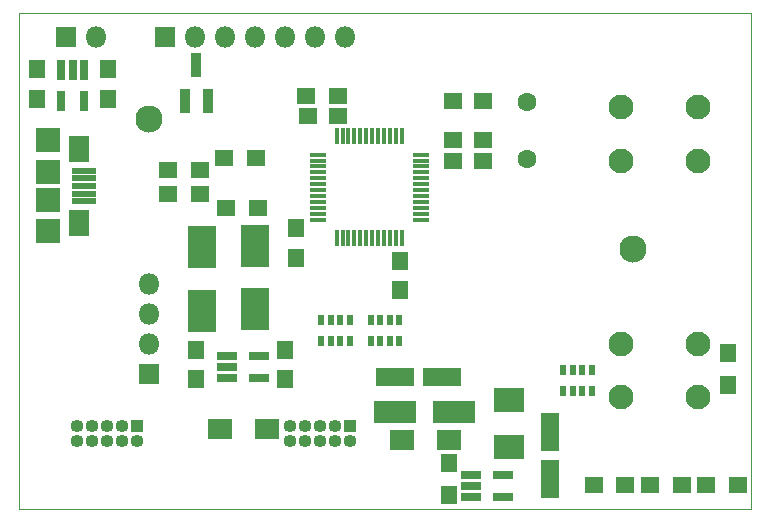
<source format=gts>
G04 #@! TF.GenerationSoftware,KiCad,Pcbnew,(5.0.0)*
G04 #@! TF.CreationDate,2018-10-05T22:53:34+10:00*
G04 #@! TF.ProjectId,Project 23,50726F6A6563742032332E6B69636164,rev?*
G04 #@! TF.SameCoordinates,Original*
G04 #@! TF.FileFunction,Soldermask,Top*
G04 #@! TF.FilePolarity,Negative*
%FSLAX46Y46*%
G04 Gerber Fmt 4.6, Leading zero omitted, Abs format (unit mm)*
G04 Created by KiCad (PCBNEW (5.0.0)) date 10/05/18 22:53:34*
%MOMM*%
%LPD*%
G01*
G04 APERTURE LIST*
%ADD10C,0.100000*%
%ADD11R,3.300000X1.600000*%
%ADD12R,1.100000X1.100000*%
%ADD13O,1.100000X1.100000*%
%ADD14R,1.350000X1.600000*%
%ADD15R,1.800000X1.800000*%
%ADD16O,1.800000X1.800000*%
%ADD17R,1.600000X1.350000*%
%ADD18R,1.600000X3.300000*%
%ADD19R,1.600000X1.400000*%
%ADD20R,2.100000X0.500000*%
%ADD21R,1.700000X2.200000*%
%ADD22R,2.000000X2.000000*%
%ADD23R,2.600000X2.100000*%
%ADD24R,0.900000X2.000000*%
%ADD25R,1.400000X1.600000*%
%ADD26R,0.600000X0.900000*%
%ADD27R,0.500000X0.900000*%
%ADD28C,2.100000*%
%ADD29R,1.400000X0.350000*%
%ADD30R,0.350000X1.400000*%
%ADD31R,0.750000X1.660000*%
%ADD32R,1.660000X0.750000*%
%ADD33C,1.600000*%
%ADD34R,2.100000X1.800000*%
%ADD35R,3.600000X1.900000*%
%ADD36R,2.400000X3.600000*%
%ADD37C,2.300000*%
G04 APERTURE END LIST*
D10*
X112000000Y-40000000D02*
X50000000Y-40000000D01*
X112000000Y-82000000D02*
X112000000Y-40000000D01*
X50000000Y-82000000D02*
X112000000Y-82000000D01*
X50000000Y-40000000D02*
X50000000Y-82000000D01*
D11*
G04 #@! TO.C,C42*
X81800000Y-70800000D03*
X85800000Y-70800000D03*
G04 #@! TD*
D12*
G04 #@! TO.C,J11*
X60000000Y-75000000D03*
D13*
X60000000Y-76270000D03*
X58730000Y-75000000D03*
X58730000Y-76270000D03*
X57460000Y-75000000D03*
X57460000Y-76270000D03*
X56190000Y-75000000D03*
X56190000Y-76270000D03*
X54920000Y-75000000D03*
X54920000Y-76270000D03*
G04 #@! TD*
D14*
G04 #@! TO.C,C18*
X73500000Y-58250000D03*
X73500000Y-60750000D03*
G04 #@! TD*
D15*
G04 #@! TO.C,J13*
X61000000Y-70540000D03*
D16*
X61000000Y-68000000D03*
X61000000Y-65460000D03*
X61000000Y-62920000D03*
G04 #@! TD*
D17*
G04 #@! TO.C,C11*
X89250000Y-47500000D03*
X86750000Y-47500000D03*
G04 #@! TD*
G04 #@! TO.C,C12*
X89250000Y-52500000D03*
X86750000Y-52500000D03*
G04 #@! TD*
D14*
G04 #@! TO.C,C16*
X82250000Y-61000000D03*
X82250000Y-63500000D03*
G04 #@! TD*
G04 #@! TO.C,C21*
X51500000Y-44750000D03*
X51500000Y-47250000D03*
G04 #@! TD*
G04 #@! TO.C,C22*
X57500000Y-47250000D03*
X57500000Y-44750000D03*
G04 #@! TD*
G04 #@! TO.C,C31*
X65000000Y-71000000D03*
X65000000Y-68500000D03*
G04 #@! TD*
G04 #@! TO.C,C32*
X72500000Y-68500000D03*
X72500000Y-71000000D03*
G04 #@! TD*
D18*
G04 #@! TO.C,C41*
X95000000Y-75500000D03*
X95000000Y-79500000D03*
G04 #@! TD*
D19*
G04 #@! TO.C,D3*
X98650000Y-80000000D03*
X101350000Y-80000000D03*
G04 #@! TD*
G04 #@! TO.C,D4*
X103400000Y-80000000D03*
X106100000Y-80000000D03*
G04 #@! TD*
G04 #@! TO.C,D5*
X108150000Y-80000000D03*
X110850000Y-80000000D03*
G04 #@! TD*
D12*
G04 #@! TO.C,J12*
X78000000Y-75000000D03*
D13*
X78000000Y-76270000D03*
X76730000Y-75000000D03*
X76730000Y-76270000D03*
X75460000Y-75000000D03*
X75460000Y-76270000D03*
X74190000Y-75000000D03*
X74190000Y-76270000D03*
X72920000Y-75000000D03*
X72920000Y-76270000D03*
G04 #@! TD*
D15*
G04 #@! TO.C,J21*
X53960000Y-42000000D03*
D16*
X56500000Y-42000000D03*
G04 #@! TD*
D20*
G04 #@! TO.C,J61*
X55500000Y-55950000D03*
X55500000Y-55300000D03*
X55500000Y-54650000D03*
X55500000Y-54000000D03*
D21*
X55050000Y-57750000D03*
X55050000Y-51550000D03*
D22*
X52500000Y-58500000D03*
X52500000Y-50800000D03*
X52500000Y-53450000D03*
X52500000Y-55850000D03*
D20*
X55500000Y-53350000D03*
G04 #@! TD*
D23*
G04 #@! TO.C,L41*
X91500000Y-76750000D03*
X91500000Y-72750000D03*
G04 #@! TD*
D24*
G04 #@! TO.C,Q51*
X64075000Y-47450000D03*
X65975000Y-47450000D03*
X65025000Y-44450000D03*
G04 #@! TD*
D25*
G04 #@! TO.C,R12*
X110000000Y-68800000D03*
X110000000Y-71500000D03*
G04 #@! TD*
G04 #@! TO.C,R41*
X86400000Y-78100000D03*
X86400000Y-80800000D03*
G04 #@! TD*
D19*
G04 #@! TO.C,R51*
X74300000Y-47000000D03*
X77000000Y-47000000D03*
G04 #@! TD*
G04 #@! TO.C,R61*
X62650000Y-55325000D03*
X65350000Y-55325000D03*
G04 #@! TD*
G04 #@! TO.C,R62*
X62650000Y-53325000D03*
X65350000Y-53325000D03*
G04 #@! TD*
G04 #@! TO.C,R63*
X67500000Y-56500000D03*
X70200000Y-56500000D03*
G04 #@! TD*
G04 #@! TO.C,R64*
X67400000Y-52250000D03*
X70100000Y-52250000D03*
G04 #@! TD*
D26*
G04 #@! TO.C,RN1*
X98500000Y-70200000D03*
D27*
X96900000Y-70200000D03*
X97700000Y-70200000D03*
D26*
X96100000Y-70200000D03*
D27*
X97700000Y-72000000D03*
D26*
X98500000Y-72000000D03*
D27*
X96900000Y-72000000D03*
D26*
X96100000Y-72000000D03*
G04 #@! TD*
D28*
G04 #@! TO.C,SW11*
X101000000Y-52500000D03*
X101000000Y-48000000D03*
X107500000Y-52500000D03*
X107500000Y-48000000D03*
G04 #@! TD*
G04 #@! TO.C,SW12*
X101000000Y-72500000D03*
X101000000Y-68000000D03*
X107500000Y-72500000D03*
X107500000Y-68000000D03*
G04 #@! TD*
D29*
G04 #@! TO.C,U1*
X84000000Y-57500000D03*
X84000000Y-57000000D03*
X84000000Y-56500000D03*
X84000000Y-56000000D03*
X84000000Y-55500000D03*
X84000000Y-55000000D03*
X84000000Y-54500000D03*
X84000000Y-54000000D03*
X84000000Y-53500000D03*
X84000000Y-53000000D03*
X84000000Y-52500000D03*
X84000000Y-52000000D03*
D30*
X82400000Y-50400000D03*
X81900000Y-50400000D03*
X81400000Y-50400000D03*
X80900000Y-50400000D03*
X80400000Y-50400000D03*
X79900000Y-50400000D03*
X79400000Y-50400000D03*
X78900000Y-50400000D03*
X78400000Y-50400000D03*
X77900000Y-50400000D03*
X77400000Y-50400000D03*
X76900000Y-50400000D03*
D29*
X75300000Y-52000000D03*
X75300000Y-52500000D03*
X75300000Y-53000000D03*
X75300000Y-53500000D03*
X75300000Y-54000000D03*
X75300000Y-54500000D03*
X75300000Y-55000000D03*
X75300000Y-55500000D03*
X75300000Y-56000000D03*
X75300000Y-56500000D03*
X75300000Y-57000000D03*
X75300000Y-57500000D03*
D30*
X76900000Y-59100000D03*
X77400000Y-59100000D03*
X77900000Y-59100000D03*
X78400000Y-59100000D03*
X78900000Y-59100000D03*
X79400000Y-59100000D03*
X79900000Y-59100000D03*
X80400000Y-59100000D03*
X80900000Y-59100000D03*
X81400000Y-59100000D03*
X81900000Y-59100000D03*
X82400000Y-59100000D03*
G04 #@! TD*
D31*
G04 #@! TO.C,U2*
X55500000Y-44800000D03*
X54550000Y-44800000D03*
X53600000Y-44800000D03*
X53600000Y-47500000D03*
X55500000Y-47500000D03*
G04 #@! TD*
D32*
G04 #@! TO.C,U3*
X67650000Y-69050000D03*
X67650000Y-70000000D03*
X67650000Y-70950000D03*
X70350000Y-70950000D03*
X70350000Y-69050000D03*
G04 #@! TD*
G04 #@! TO.C,U4*
X88300000Y-79100000D03*
X88300000Y-80050000D03*
X88300000Y-81000000D03*
X91000000Y-81000000D03*
X91000000Y-79100000D03*
G04 #@! TD*
D15*
G04 #@! TO.C,U5*
X62380000Y-42000000D03*
D16*
X64920000Y-42000000D03*
X67460000Y-42000000D03*
X70000000Y-42000000D03*
X72540000Y-42000000D03*
X75080000Y-42000000D03*
X77620000Y-42000000D03*
G04 #@! TD*
D33*
G04 #@! TO.C,Y11*
X93000000Y-47520000D03*
X93000000Y-52400000D03*
G04 #@! TD*
D17*
G04 #@! TO.C,C17*
X77000000Y-48750000D03*
X74500000Y-48750000D03*
G04 #@! TD*
G04 #@! TO.C,C19*
X86750000Y-50750000D03*
X89250000Y-50750000D03*
G04 #@! TD*
D26*
G04 #@! TO.C,RN11*
X78000000Y-66000000D03*
D27*
X76400000Y-66000000D03*
X77200000Y-66000000D03*
D26*
X75600000Y-66000000D03*
D27*
X77200000Y-67800000D03*
D26*
X78000000Y-67800000D03*
D27*
X76400000Y-67800000D03*
D26*
X75600000Y-67800000D03*
G04 #@! TD*
G04 #@! TO.C,RN12*
X79800000Y-67800000D03*
D27*
X81400000Y-67800000D03*
X80600000Y-67800000D03*
D26*
X82200000Y-67800000D03*
D27*
X80600000Y-66000000D03*
D26*
X79800000Y-66000000D03*
D27*
X81400000Y-66000000D03*
D26*
X82200000Y-66000000D03*
G04 #@! TD*
D34*
G04 #@! TO.C,F11*
X86400000Y-76200000D03*
X82400000Y-76200000D03*
G04 #@! TD*
G04 #@! TO.C,F12*
X71000000Y-75200000D03*
X67000000Y-75200000D03*
G04 #@! TD*
D35*
G04 #@! TO.C,D41*
X81800000Y-73800000D03*
X86800000Y-73800000D03*
G04 #@! TD*
D36*
G04 #@! TO.C,D1*
X65500000Y-65200000D03*
X65500000Y-59800000D03*
G04 #@! TD*
G04 #@! TO.C,D2*
X70000000Y-65100000D03*
X70000000Y-59700000D03*
G04 #@! TD*
D37*
G04 #@! TO.C,M1*
X61000000Y-49000000D03*
G04 #@! TD*
G04 #@! TO.C,M2*
X102000000Y-60000000D03*
G04 #@! TD*
M02*

</source>
